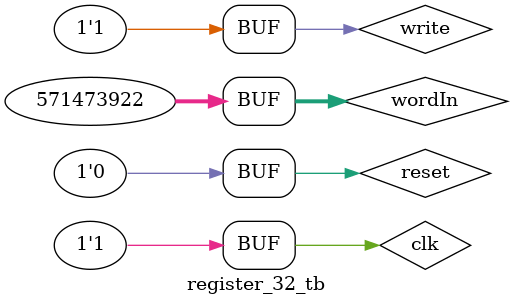
<source format=v>
module register_32 (wordOut, wordIn, write, reset, clk);
	input write, reset, clk;
	input [31:0] wordIn;
	output reg [31:0] wordOut;

	always @(posedge clk, posedge reset) begin

		if(reset) wordOut <= 32'd0;

		else if(write) wordOut <= wordIn;

	end

endmodule

module register_32_tb ();
	reg write, reset, clk;
	reg [31:0] wordIn;
	wire [31:0] wordOut;

	register_32 testReg (wordOut, wordIn, write, reset, clk);

	initial begin

		$monitor("In: %h, Out: %h", wordIn, wordOut);

		#5 reset <= 1;

		#5 wordIn <= 32'h22100002;

		write <= 1;
		reset <= 0;
		#5 clk <= 1;

	end

endmodule

</source>
